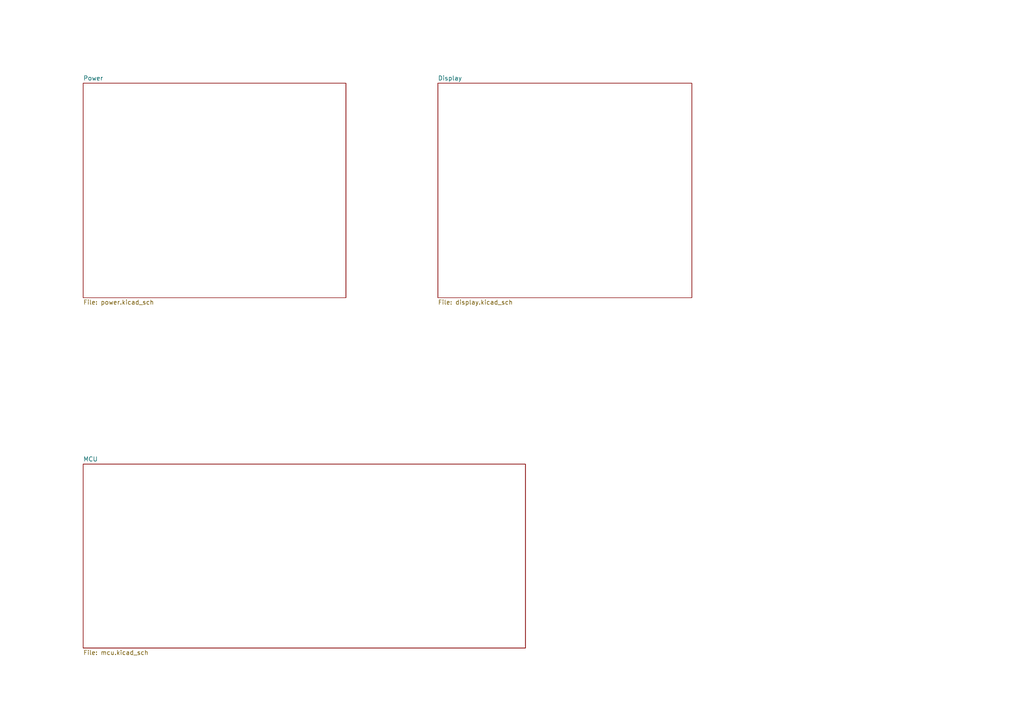
<source format=kicad_sch>
(kicad_sch
	(version 20231120)
	(generator "eeschema")
	(generator_version "8.0")
	(uuid "745c0971-f903-4f96-8dfe-3ac35ced6915")
	(paper "A4")
	(lib_symbols)
	(sheet
		(at 24.13 134.62)
		(size 128.27 53.34)
		(fields_autoplaced yes)
		(stroke
			(width 0.1524)
			(type solid)
		)
		(fill
			(color 0 0 0 0.0000)
		)
		(uuid "1ba699b1-cdf1-4b0b-950c-f3952e91c6f4")
		(property "Sheetname" "MCU"
			(at 24.13 133.9084 0)
			(effects
				(font
					(size 1.27 1.27)
				)
				(justify left bottom)
			)
		)
		(property "Sheetfile" "mcu.kicad_sch"
			(at 24.13 188.5446 0)
			(effects
				(font
					(size 1.27 1.27)
				)
				(justify left top)
			)
		)
		(instances
			(project "sharpie-hw"
				(path "/745c0971-f903-4f96-8dfe-3ac35ced6915"
					(page "2")
				)
			)
		)
	)
	(sheet
		(at 127 24.13)
		(size 73.66 62.23)
		(fields_autoplaced yes)
		(stroke
			(width 0.1524)
			(type solid)
		)
		(fill
			(color 0 0 0 0.0000)
		)
		(uuid "6b239b0d-93b6-4be3-b3b6-700d60e2ca3e")
		(property "Sheetname" "Display"
			(at 127 23.4184 0)
			(effects
				(font
					(size 1.27 1.27)
				)
				(justify left bottom)
			)
		)
		(property "Sheetfile" "display.kicad_sch"
			(at 127 86.9446 0)
			(effects
				(font
					(size 1.27 1.27)
				)
				(justify left top)
			)
		)
		(instances
			(project "sharpie-hw"
				(path "/745c0971-f903-4f96-8dfe-3ac35ced6915"
					(page "4")
				)
			)
		)
	)
	(sheet
		(at 24.13 24.13)
		(size 76.2 62.23)
		(fields_autoplaced yes)
		(stroke
			(width 0.1524)
			(type solid)
		)
		(fill
			(color 0 0 0 0.0000)
		)
		(uuid "e421bc9f-e892-42c9-b678-7dbb4581ae30")
		(property "Sheetname" "Power"
			(at 24.13 23.4184 0)
			(effects
				(font
					(size 1.27 1.27)
				)
				(justify left bottom)
			)
		)
		(property "Sheetfile" "power.kicad_sch"
			(at 24.13 86.9446 0)
			(effects
				(font
					(size 1.27 1.27)
				)
				(justify left top)
			)
		)
		(instances
			(project "sharpie-hw"
				(path "/745c0971-f903-4f96-8dfe-3ac35ced6915"
					(page "3")
				)
			)
		)
	)
	(sheet_instances
		(path "/"
			(page "1")
		)
	)
)

</source>
